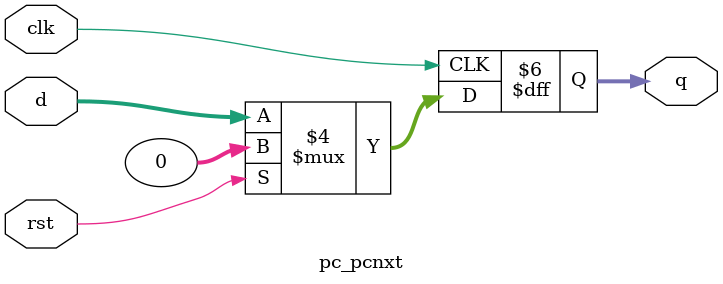
<source format=v>
`timescale 1ns/1ns

module pc_pcnxt(clk,rst,q,d);

parameter n=32;

input clk,rst;
input [n-1:0] d;

output reg [n-1:0] q;

always @ (posedge clk)

    if(!rst) q<=d;
    else q<=0;
    
endmodule
</source>
